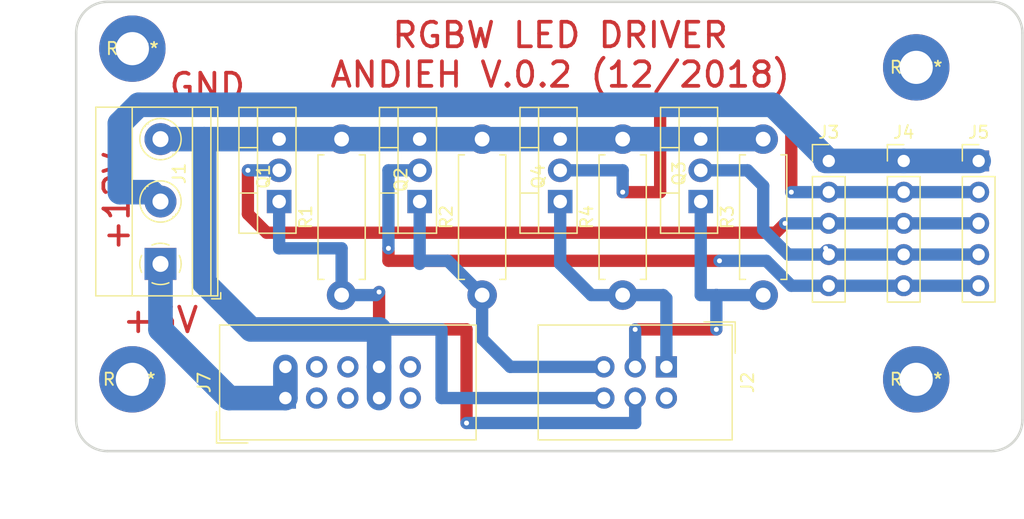
<source format=kicad_pcb>
(kicad_pcb (version 4) (host pcbnew 4.0.7)

  (general
    (links 36)
    (no_connects 0)
    (area 153.569999 101.753999 230.732001 138.530001)
    (thickness 1.6)
    (drawings 14)
    (tracks 106)
    (zones 0)
    (modules 18)
    (nets 19)
  )

  (page A4)
  (layers
    (0 F.Cu signal)
    (31 B.Cu signal)
    (32 B.Adhes user)
    (33 F.Adhes user)
    (34 B.Paste user)
    (35 F.Paste user)
    (36 B.SilkS user)
    (37 F.SilkS user)
    (38 B.Mask user)
    (39 F.Mask user)
    (40 Dwgs.User user)
    (41 Cmts.User user)
    (42 Eco1.User user)
    (43 Eco2.User user)
    (44 Edge.Cuts user)
    (45 Margin user)
    (46 B.CrtYd user)
    (47 F.CrtYd user)
    (48 B.Fab user)
    (49 F.Fab user)
  )

  (setup
    (last_trace_width 1)
    (user_trace_width 0.5)
    (user_trace_width 1)
    (user_trace_width 2)
    (trace_clearance 0.2)
    (zone_clearance 0.508)
    (zone_45_only no)
    (trace_min 0.2)
    (segment_width 0.2)
    (edge_width 0.2)
    (via_size 0.6)
    (via_drill 0.4)
    (via_min_size 0.4)
    (via_min_drill 0.3)
    (uvia_size 0.3)
    (uvia_drill 0.1)
    (uvias_allowed no)
    (uvia_min_size 0.2)
    (uvia_min_drill 0.1)
    (pcb_text_width 0.3)
    (pcb_text_size 1.5 1.5)
    (mod_edge_width 0.15)
    (mod_text_size 1 1)
    (mod_text_width 0.15)
    (pad_size 1.5 1.5)
    (pad_drill 0.6)
    (pad_to_mask_clearance 0)
    (aux_axis_origin 0 0)
    (visible_elements FFFFFF7F)
    (pcbplotparams
      (layerselection 0x010f0_80000001)
      (usegerberextensions false)
      (excludeedgelayer true)
      (linewidth 0.100000)
      (plotframeref false)
      (viasonmask false)
      (mode 1)
      (useauxorigin false)
      (hpglpennumber 1)
      (hpglpenspeed 20)
      (hpglpendiameter 15)
      (hpglpenoverlay 2)
      (psnegative false)
      (psa4output false)
      (plotreference true)
      (plotvalue true)
      (plotinvisibletext false)
      (padsonsilk false)
      (subtractmaskfromsilk false)
      (outputformat 1)
      (mirror false)
      (drillshape 0)
      (scaleselection 1)
      (outputdirectory export/))
  )

  (net 0 "")
  (net 1 +12V)
  (net 2 GND)
  (net 3 /sig_g)
  (net 4 /sig_b)
  (net 5 /sig_w)
  (net 6 /sig_r)
  (net 7 /g)
  (net 8 /r)
  (net 9 /b)
  (net 10 /w)
  (net 11 "Net-(J2-Pad2)")
  (net 12 +5V)
  (net 13 "Net-(J7-Pad3)")
  (net 14 "Net-(J7-Pad5)")
  (net 15 "Net-(J7-Pad6)")
  (net 16 "Net-(J7-Pad9)")
  (net 17 "Net-(J7-Pad4)")
  (net 18 "Net-(J7-Pad10)")

  (net_class Default "This is the default net class."
    (clearance 0.2)
    (trace_width 0.25)
    (via_dia 0.6)
    (via_drill 0.4)
    (uvia_dia 0.3)
    (uvia_drill 0.1)
    (add_net +12V)
    (add_net +5V)
    (add_net /b)
    (add_net /g)
    (add_net /r)
    (add_net /sig_b)
    (add_net /sig_g)
    (add_net /sig_r)
    (add_net /sig_w)
    (add_net /w)
    (add_net GND)
    (add_net "Net-(J2-Pad2)")
    (add_net "Net-(J7-Pad10)")
    (add_net "Net-(J7-Pad3)")
    (add_net "Net-(J7-Pad4)")
    (add_net "Net-(J7-Pad5)")
    (add_net "Net-(J7-Pad6)")
    (add_net "Net-(J7-Pad9)")
  )

  (net_class nd ""
    (clearance 0.2)
    (trace_width 1)
    (via_dia 0.6)
    (via_drill 0.4)
    (uvia_dia 0.3)
    (uvia_drill 0.1)
  )

  (module MountingHole:MountingHole_2.7mm_Pad (layer F.Cu) (tedit 5C181BC5) (tstamp 5BFF181B)
    (at 158.242 132.588)
    (descr "Mounting Hole 2.7mm")
    (tags "mounting hole 2.7mm")
    (attr virtual)
    (fp_text reference REF** (at -0.254 0) (layer F.SilkS)
      (effects (font (size 1 1) (thickness 0.15)))
    )
    (fp_text value Mount (at 6.858 -4.064) (layer F.Fab) hide
      (effects (font (size 1 1) (thickness 0.15)))
    )
    (fp_text user %R (at 0.254 0) (layer F.Fab)
      (effects (font (size 1 1) (thickness 0.15)))
    )
    (fp_circle (center 0 0) (end 2.7 0) (layer Cmts.User) (width 0.15))
    (fp_circle (center 0 0) (end 2.95 0) (layer F.CrtYd) (width 0.05))
    (pad 1 thru_hole circle (at 0 0) (size 5.4 5.4) (drill 2.7) (layers *.Cu *.Mask))
  )

  (module MountingHole:MountingHole_2.7mm_Pad (layer F.Cu) (tedit 5C181832) (tstamp 5BFF180B)
    (at 221.996 107.188)
    (descr "Mounting Hole 2.7mm")
    (tags "mounting hole 2.7mm")
    (attr virtual)
    (fp_text reference REF** (at 0 0) (layer F.SilkS)
      (effects (font (size 1 1) (thickness 0.15)))
    )
    (fp_text value Mount (at -13.97 -1.27) (layer F.Fab) hide
      (effects (font (size 1 1) (thickness 0.15)))
    )
    (fp_text user %R (at 0.3 0) (layer F.Fab)
      (effects (font (size 1 1) (thickness 0.15)))
    )
    (fp_circle (center 0 0) (end 2.7 0) (layer Cmts.User) (width 0.15))
    (fp_circle (center 0 0) (end 2.95 0) (layer F.CrtYd) (width 0.05))
    (pad 1 thru_hole circle (at 0 0) (size 5.4 5.4) (drill 2.7) (layers *.Cu *.Mask))
  )

  (module MountingHole:MountingHole_2.7mm_Pad (layer F.Cu) (tedit 5C18180F) (tstamp 5BFF17E3)
    (at 221.996 132.588)
    (descr "Mounting Hole 2.7mm")
    (tags "mounting hole 2.7mm")
    (attr virtual)
    (fp_text reference REF** (at 0 0) (layer F.SilkS)
      (effects (font (size 1 1) (thickness 0.15)))
    )
    (fp_text value Mount4 (at -6.35 -3.048) (layer F.Fab) hide
      (effects (font (size 1 1) (thickness 0.15)))
    )
    (fp_text user %R (at 0.3 0) (layer F.Fab)
      (effects (font (size 1 1) (thickness 0.15)))
    )
    (fp_circle (center 0 0) (end 2.7 0) (layer Cmts.User) (width 0.15))
    (fp_circle (center 0 0) (end 2.95 0) (layer F.CrtYd) (width 0.05))
    (pad 1 thru_hole circle (at 0 0) (size 5.4 5.4) (drill 2.7) (layers *.Cu *.Mask))
  )

  (module Connector_PinHeader_2.54mm:PinHeader_1x05_P2.54mm_Vertical (layer F.Cu) (tedit 5C181981) (tstamp 5BFDE244)
    (at 214.884 114.808)
    (descr "Through hole straight pin header, 1x05, 2.54mm pitch, single row")
    (tags "Through hole pin header THT 1x05 2.54mm single row")
    (path /5BFDADF8)
    (fp_text reference J3 (at 0 -2.33) (layer F.SilkS)
      (effects (font (size 1 1) (thickness 0.15)))
    )
    (fp_text value "LED Stripe 1" (at 2.794 5.588 90) (layer F.Fab)
      (effects (font (size 1 1) (thickness 0.15)))
    )
    (fp_line (start -0.635 -1.27) (end 1.27 -1.27) (layer F.Fab) (width 0.1))
    (fp_line (start 1.27 -1.27) (end 1.27 11.43) (layer F.Fab) (width 0.1))
    (fp_line (start 1.27 11.43) (end -1.27 11.43) (layer F.Fab) (width 0.1))
    (fp_line (start -1.27 11.43) (end -1.27 -0.635) (layer F.Fab) (width 0.1))
    (fp_line (start -1.27 -0.635) (end -0.635 -1.27) (layer F.Fab) (width 0.1))
    (fp_line (start -1.33 11.49) (end 1.33 11.49) (layer F.SilkS) (width 0.12))
    (fp_line (start -1.33 1.27) (end -1.33 11.49) (layer F.SilkS) (width 0.12))
    (fp_line (start 1.33 1.27) (end 1.33 11.49) (layer F.SilkS) (width 0.12))
    (fp_line (start -1.33 1.27) (end 1.33 1.27) (layer F.SilkS) (width 0.12))
    (fp_line (start -1.33 0) (end -1.33 -1.33) (layer F.SilkS) (width 0.12))
    (fp_line (start -1.33 -1.33) (end 0 -1.33) (layer F.SilkS) (width 0.12))
    (fp_line (start -1.8 -1.8) (end -1.8 11.95) (layer F.CrtYd) (width 0.05))
    (fp_line (start -1.8 11.95) (end 1.8 11.95) (layer F.CrtYd) (width 0.05))
    (fp_line (start 1.8 11.95) (end 1.8 -1.8) (layer F.CrtYd) (width 0.05))
    (fp_line (start 1.8 -1.8) (end -1.8 -1.8) (layer F.CrtYd) (width 0.05))
    (fp_text user %R (at 0 5.08 90) (layer F.Fab)
      (effects (font (size 1 1) (thickness 0.15)))
    )
    (pad 1 thru_hole rect (at 0 0) (size 1.7 1.7) (drill 1) (layers *.Cu *.Mask)
      (net 1 +12V))
    (pad 2 thru_hole oval (at 0 2.54) (size 1.7 1.7) (drill 1) (layers *.Cu *.Mask)
      (net 7 /g))
    (pad 3 thru_hole oval (at 0 5.08) (size 1.7 1.7) (drill 1) (layers *.Cu *.Mask)
      (net 8 /r))
    (pad 4 thru_hole oval (at 0 7.62) (size 1.7 1.7) (drill 1) (layers *.Cu *.Mask)
      (net 9 /b))
    (pad 5 thru_hole oval (at 0 10.16) (size 1.7 1.7) (drill 1) (layers *.Cu *.Mask)
      (net 10 /w))
    (model ${KISYS3DMOD}/Connector_PinHeader_2.54mm.3dshapes/PinHeader_1x05_P2.54mm_Vertical.wrl
      (at (xyz 0 0 0))
      (scale (xyz 1 1 1))
      (rotate (xyz 0 0 0))
    )
  )

  (module Package_test:TO-220-3_Vertical (layer F.Cu) (tedit 5C181EB0) (tstamp 5BFDED9B)
    (at 170.18 118.11 90)
    (descr "TO-220-3, Vertical, RM 2.54mm, see https://www.vishay.com/docs/66542/to-220-1.pdf")
    (tags "TO-220-3 Vertical RM 2.54mm")
    (path /5BFDA4E7)
    (fp_text reference Q1 (at 2.032 -1.27 90) (layer F.SilkS)
      (effects (font (size 1 1) (thickness 0.15)))
    )
    (fp_text value IRLB8721PBF (at 2.54 2.5 90) (layer F.Fab)
      (effects (font (size 1 1) (thickness 0.15)))
    )
    (fp_line (start -2.46 -3.15) (end -2.46 1.25) (layer F.Fab) (width 0.1))
    (fp_line (start -2.46 1.25) (end 7.54 1.25) (layer F.Fab) (width 0.1))
    (fp_line (start 7.54 1.25) (end 7.54 -3.15) (layer F.Fab) (width 0.1))
    (fp_line (start 7.54 -3.15) (end -2.46 -3.15) (layer F.Fab) (width 0.1))
    (fp_line (start -2.46 -1.88) (end 7.54 -1.88) (layer F.Fab) (width 0.1))
    (fp_line (start 0.69 -3.15) (end 0.69 -1.88) (layer F.Fab) (width 0.1))
    (fp_line (start 4.39 -3.15) (end 4.39 -1.88) (layer F.Fab) (width 0.1))
    (fp_line (start -2.58 -3.27) (end 7.66 -3.27) (layer F.SilkS) (width 0.12))
    (fp_line (start -2.58 1.371) (end 7.66 1.371) (layer F.SilkS) (width 0.12))
    (fp_line (start -2.58 -3.27) (end -2.58 1.371) (layer F.SilkS) (width 0.12))
    (fp_line (start 7.66 -3.27) (end 7.66 1.371) (layer F.SilkS) (width 0.12))
    (fp_line (start -2.58 -1.76) (end 7.66 -1.76) (layer F.SilkS) (width 0.12))
    (fp_line (start 0.69 -3.27) (end 0.69 -1.76) (layer F.SilkS) (width 0.12))
    (fp_line (start 4.391 -3.27) (end 4.391 -1.76) (layer F.SilkS) (width 0.12))
    (fp_line (start -2.71 -3.4) (end -2.71 1.51) (layer F.CrtYd) (width 0.05))
    (fp_line (start -2.71 1.51) (end 7.79 1.51) (layer F.CrtYd) (width 0.05))
    (fp_line (start 7.79 1.51) (end 7.79 -3.4) (layer F.CrtYd) (width 0.05))
    (fp_line (start 7.79 -3.4) (end -2.71 -3.4) (layer F.CrtYd) (width 0.05))
    (fp_text user %R (at 2.032 -1.27 90) (layer F.Fab)
      (effects (font (size 1 1) (thickness 0.15)))
    )
    (pad 1 thru_hole rect (at 0 0 90) (size 1.905 2) (drill 1.1) (layers *.Cu *.Mask)
      (net 6 /sig_r))
    (pad 2 thru_hole oval (at 2.54 0 90) (size 1.905 2) (drill 1.1) (layers *.Cu *.Mask)
      (net 8 /r))
    (pad 3 thru_hole oval (at 5.08 0 90) (size 1.905 2) (drill 1.1) (layers *.Cu *.Mask)
      (net 2 GND))
    (model ${KISYS3DMOD}/Package_TO_SOT_THT.3dshapes/TO-220-3_Vertical.wrl
      (at (xyz 0 0 0))
      (scale (xyz 1 1 1))
      (rotate (xyz 0 0 0))
    )
  )

  (module Package_test:TO-220-3_Vertical (layer F.Cu) (tedit 5C181EAD) (tstamp 5BFDEDB5)
    (at 181.61 118.11 90)
    (descr "TO-220-3, Vertical, RM 2.54mm, see https://www.vishay.com/docs/66542/to-220-1.pdf")
    (tags "TO-220-3 Vertical RM 2.54mm")
    (path /5BFDEA66)
    (fp_text reference Q2 (at 1.778 -1.524 90) (layer F.SilkS)
      (effects (font (size 1 1) (thickness 0.15)))
    )
    (fp_text value IRLB8721PBF (at 2.54 2.5 90) (layer F.Fab)
      (effects (font (size 1 1) (thickness 0.15)))
    )
    (fp_line (start -2.46 -3.15) (end -2.46 1.25) (layer F.Fab) (width 0.1))
    (fp_line (start -2.46 1.25) (end 7.54 1.25) (layer F.Fab) (width 0.1))
    (fp_line (start 7.54 1.25) (end 7.54 -3.15) (layer F.Fab) (width 0.1))
    (fp_line (start 7.54 -3.15) (end -2.46 -3.15) (layer F.Fab) (width 0.1))
    (fp_line (start -2.46 -1.88) (end 7.54 -1.88) (layer F.Fab) (width 0.1))
    (fp_line (start 0.69 -3.15) (end 0.69 -1.88) (layer F.Fab) (width 0.1))
    (fp_line (start 4.39 -3.15) (end 4.39 -1.88) (layer F.Fab) (width 0.1))
    (fp_line (start -2.58 -3.27) (end 7.66 -3.27) (layer F.SilkS) (width 0.12))
    (fp_line (start -2.58 1.371) (end 7.66 1.371) (layer F.SilkS) (width 0.12))
    (fp_line (start -2.58 -3.27) (end -2.58 1.371) (layer F.SilkS) (width 0.12))
    (fp_line (start 7.66 -3.27) (end 7.66 1.371) (layer F.SilkS) (width 0.12))
    (fp_line (start -2.58 -1.76) (end 7.66 -1.76) (layer F.SilkS) (width 0.12))
    (fp_line (start 0.69 -3.27) (end 0.69 -1.76) (layer F.SilkS) (width 0.12))
    (fp_line (start 4.391 -3.27) (end 4.391 -1.76) (layer F.SilkS) (width 0.12))
    (fp_line (start -2.71 -3.4) (end -2.71 1.51) (layer F.CrtYd) (width 0.05))
    (fp_line (start -2.71 1.51) (end 7.79 1.51) (layer F.CrtYd) (width 0.05))
    (fp_line (start 7.79 1.51) (end 7.79 -3.4) (layer F.CrtYd) (width 0.05))
    (fp_line (start 7.79 -3.4) (end -2.71 -3.4) (layer F.CrtYd) (width 0.05))
    (fp_text user %R (at 1.778 -1.524 90) (layer F.Fab)
      (effects (font (size 1 1) (thickness 0.15)))
    )
    (pad 1 thru_hole rect (at 0 0 90) (size 1.905 2) (drill 1.1) (layers *.Cu *.Mask)
      (net 5 /sig_w))
    (pad 2 thru_hole oval (at 2.54 0 90) (size 1.905 2) (drill 1.1) (layers *.Cu *.Mask)
      (net 10 /w))
    (pad 3 thru_hole oval (at 5.08 0 90) (size 1.905 2) (drill 1.1) (layers *.Cu *.Mask)
      (net 2 GND))
    (model ${KISYS3DMOD}/Package_TO_SOT_THT.3dshapes/TO-220-3_Vertical.wrl
      (at (xyz 0 0 0))
      (scale (xyz 1 1 1))
      (rotate (xyz 0 0 0))
    )
  )

  (module Package_test:TO-220-3_Vertical (layer F.Cu) (tedit 5C181EBD) (tstamp 5BFDEDCF)
    (at 204.47 118.11 90)
    (descr "TO-220-3, Vertical, RM 2.54mm, see https://www.vishay.com/docs/66542/to-220-1.pdf")
    (tags "TO-220-3 Vertical RM 2.54mm")
    (path /5BFDEBD0)
    (fp_text reference Q3 (at 2.286 -1.778 90) (layer F.SilkS)
      (effects (font (size 1 1) (thickness 0.15)))
    )
    (fp_text value IRLB8721PBF (at 2.54 2.5 90) (layer F.Fab)
      (effects (font (size 1 1) (thickness 0.15)))
    )
    (fp_line (start -2.46 -3.15) (end -2.46 1.25) (layer F.Fab) (width 0.1))
    (fp_line (start -2.46 1.25) (end 7.54 1.25) (layer F.Fab) (width 0.1))
    (fp_line (start 7.54 1.25) (end 7.54 -3.15) (layer F.Fab) (width 0.1))
    (fp_line (start 7.54 -3.15) (end -2.46 -3.15) (layer F.Fab) (width 0.1))
    (fp_line (start -2.46 -1.88) (end 7.54 -1.88) (layer F.Fab) (width 0.1))
    (fp_line (start 0.69 -3.15) (end 0.69 -1.88) (layer F.Fab) (width 0.1))
    (fp_line (start 4.39 -3.15) (end 4.39 -1.88) (layer F.Fab) (width 0.1))
    (fp_line (start -2.58 -3.27) (end 7.66 -3.27) (layer F.SilkS) (width 0.12))
    (fp_line (start -2.58 1.371) (end 7.66 1.371) (layer F.SilkS) (width 0.12))
    (fp_line (start -2.58 -3.27) (end -2.58 1.371) (layer F.SilkS) (width 0.12))
    (fp_line (start 7.66 -3.27) (end 7.66 1.371) (layer F.SilkS) (width 0.12))
    (fp_line (start -2.58 -1.76) (end 7.66 -1.76) (layer F.SilkS) (width 0.12))
    (fp_line (start 0.69 -3.27) (end 0.69 -1.76) (layer F.SilkS) (width 0.12))
    (fp_line (start 4.391 -3.27) (end 4.391 -1.76) (layer F.SilkS) (width 0.12))
    (fp_line (start -2.71 -3.4) (end -2.71 1.51) (layer F.CrtYd) (width 0.05))
    (fp_line (start -2.71 1.51) (end 7.79 1.51) (layer F.CrtYd) (width 0.05))
    (fp_line (start 7.79 1.51) (end 7.79 -3.4) (layer F.CrtYd) (width 0.05))
    (fp_line (start 7.79 -3.4) (end -2.71 -3.4) (layer F.CrtYd) (width 0.05))
    (fp_text user %R (at 2.286 -1.778 90) (layer F.Fab)
      (effects (font (size 1 1) (thickness 0.15)))
    )
    (pad 1 thru_hole rect (at 0 0 90) (size 1.905 2) (drill 1.1) (layers *.Cu *.Mask)
      (net 4 /sig_b))
    (pad 2 thru_hole oval (at 2.54 0 90) (size 1.905 2) (drill 1.1) (layers *.Cu *.Mask)
      (net 9 /b))
    (pad 3 thru_hole oval (at 5.08 0 90) (size 1.905 2) (drill 1.1) (layers *.Cu *.Mask)
      (net 2 GND))
    (model ${KISYS3DMOD}/Package_TO_SOT_THT.3dshapes/TO-220-3_Vertical.wrl
      (at (xyz 0 0 0))
      (scale (xyz 1 1 1))
      (rotate (xyz 0 0 0))
    )
  )

  (module Package_test:TO-220-3_Vertical (layer F.Cu) (tedit 5C181EB7) (tstamp 5BFDEDE9)
    (at 193.04 118.11 90)
    (descr "TO-220-3, Vertical, RM 2.54mm, see https://www.vishay.com/docs/66542/to-220-1.pdf")
    (tags "TO-220-3 Vertical RM 2.54mm")
    (path /5BFDEBB9)
    (fp_text reference Q4 (at 2.032 -1.778 90) (layer F.SilkS)
      (effects (font (size 1 1) (thickness 0.15)))
    )
    (fp_text value IRLB8721PBF (at 2.54 2.5 90) (layer F.Fab)
      (effects (font (size 1 1) (thickness 0.15)))
    )
    (fp_line (start -2.46 -3.15) (end -2.46 1.25) (layer F.Fab) (width 0.1))
    (fp_line (start -2.46 1.25) (end 7.54 1.25) (layer F.Fab) (width 0.1))
    (fp_line (start 7.54 1.25) (end 7.54 -3.15) (layer F.Fab) (width 0.1))
    (fp_line (start 7.54 -3.15) (end -2.46 -3.15) (layer F.Fab) (width 0.1))
    (fp_line (start -2.46 -1.88) (end 7.54 -1.88) (layer F.Fab) (width 0.1))
    (fp_line (start 0.69 -3.15) (end 0.69 -1.88) (layer F.Fab) (width 0.1))
    (fp_line (start 4.39 -3.15) (end 4.39 -1.88) (layer F.Fab) (width 0.1))
    (fp_line (start -2.58 -3.27) (end 7.66 -3.27) (layer F.SilkS) (width 0.12))
    (fp_line (start -2.58 1.371) (end 7.66 1.371) (layer F.SilkS) (width 0.12))
    (fp_line (start -2.58 -3.27) (end -2.58 1.371) (layer F.SilkS) (width 0.12))
    (fp_line (start 7.66 -3.27) (end 7.66 1.371) (layer F.SilkS) (width 0.12))
    (fp_line (start -2.58 -1.76) (end 7.66 -1.76) (layer F.SilkS) (width 0.12))
    (fp_line (start 0.69 -3.27) (end 0.69 -1.76) (layer F.SilkS) (width 0.12))
    (fp_line (start 4.391 -3.27) (end 4.391 -1.76) (layer F.SilkS) (width 0.12))
    (fp_line (start -2.71 -3.4) (end -2.71 1.51) (layer F.CrtYd) (width 0.05))
    (fp_line (start -2.71 1.51) (end 7.79 1.51) (layer F.CrtYd) (width 0.05))
    (fp_line (start 7.79 1.51) (end 7.79 -3.4) (layer F.CrtYd) (width 0.05))
    (fp_line (start 7.79 -3.4) (end -2.71 -3.4) (layer F.CrtYd) (width 0.05))
    (fp_text user %R (at 2.032 -1.778 90) (layer F.Fab)
      (effects (font (size 1 1) (thickness 0.15)))
    )
    (pad 1 thru_hole rect (at 0 0 90) (size 1.905 2) (drill 1.1) (layers *.Cu *.Mask)
      (net 3 /sig_g))
    (pad 2 thru_hole oval (at 2.54 0 90) (size 1.905 2) (drill 1.1) (layers *.Cu *.Mask)
      (net 7 /g))
    (pad 3 thru_hole oval (at 5.08 0 90) (size 1.905 2) (drill 1.1) (layers *.Cu *.Mask)
      (net 2 GND))
    (model ${KISYS3DMOD}/Package_TO_SOT_THT.3dshapes/TO-220-3_Vertical.wrl
      (at (xyz 0 0 0))
      (scale (xyz 1 1 1))
      (rotate (xyz 0 0 0))
    )
  )

  (module Resistor_THT:R_Axial_DIN0411_L9.9mm_D3.6mm_P12.70mm_Horizontal (layer F.Cu) (tedit 5C181EC5) (tstamp 5BFDEDEF)
    (at 175.26 125.73 90)
    (descr "Resistor, Axial_DIN0411 series, Axial, Horizontal, pin pitch=12.7mm, 1W, length*diameter=9.9*3.6mm^2")
    (tags "Resistor Axial_DIN0411 series Axial Horizontal pin pitch 12.7mm 1W length 9.9mm diameter 3.6mm")
    (path /5BFDA932)
    (fp_text reference R1 (at 6.35 -2.92 90) (layer F.SilkS)
      (effects (font (size 1 1) (thickness 0.15)))
    )
    (fp_text value 10k (at 9.144 0 90) (layer F.Fab)
      (effects (font (size 1 1) (thickness 0.15)))
    )
    (fp_line (start 1.4 -1.8) (end 1.4 1.8) (layer F.Fab) (width 0.1))
    (fp_line (start 1.4 1.8) (end 11.3 1.8) (layer F.Fab) (width 0.1))
    (fp_line (start 11.3 1.8) (end 11.3 -1.8) (layer F.Fab) (width 0.1))
    (fp_line (start 11.3 -1.8) (end 1.4 -1.8) (layer F.Fab) (width 0.1))
    (fp_line (start 0 0) (end 1.4 0) (layer F.Fab) (width 0.1))
    (fp_line (start 12.7 0) (end 11.3 0) (layer F.Fab) (width 0.1))
    (fp_line (start 1.28 -1.44) (end 1.28 -1.92) (layer F.SilkS) (width 0.12))
    (fp_line (start 1.28 -1.92) (end 11.42 -1.92) (layer F.SilkS) (width 0.12))
    (fp_line (start 11.42 -1.92) (end 11.42 -1.44) (layer F.SilkS) (width 0.12))
    (fp_line (start 1.28 1.44) (end 1.28 1.92) (layer F.SilkS) (width 0.12))
    (fp_line (start 1.28 1.92) (end 11.42 1.92) (layer F.SilkS) (width 0.12))
    (fp_line (start 11.42 1.92) (end 11.42 1.44) (layer F.SilkS) (width 0.12))
    (fp_line (start -1.45 -2.05) (end -1.45 2.05) (layer F.CrtYd) (width 0.05))
    (fp_line (start -1.45 2.05) (end 14.15 2.05) (layer F.CrtYd) (width 0.05))
    (fp_line (start 14.15 2.05) (end 14.15 -2.05) (layer F.CrtYd) (width 0.05))
    (fp_line (start 14.15 -2.05) (end -1.45 -2.05) (layer F.CrtYd) (width 0.05))
    (fp_text user %R (at 6.35 0 90) (layer F.Fab)
      (effects (font (size 1 1) (thickness 0.15)))
    )
    (pad 1 thru_hole circle (at 0 0 90) (size 2.4 2.4) (drill 1.2) (layers *.Cu *.Mask)
      (net 6 /sig_r))
    (pad 2 thru_hole oval (at 12.7 0 90) (size 2.4 2.4) (drill 1.2) (layers *.Cu *.Mask)
      (net 2 GND))
    (model ${KISYS3DMOD}/Resistor_THT.3dshapes/R_Axial_DIN0411_L9.9mm_D3.6mm_P12.70mm_Horizontal.wrl
      (at (xyz 0 0 0))
      (scale (xyz 1 1 1))
      (rotate (xyz 0 0 0))
    )
  )

  (module Resistor_THT:R_Axial_DIN0411_L9.9mm_D3.6mm_P12.70mm_Horizontal (layer F.Cu) (tedit 5C181EC1) (tstamp 5BFDEDF5)
    (at 186.69 125.73 90)
    (descr "Resistor, Axial_DIN0411 series, Axial, Horizontal, pin pitch=12.7mm, 1W, length*diameter=9.9*3.6mm^2")
    (tags "Resistor Axial_DIN0411 series Axial Horizontal pin pitch 12.7mm 1W length 9.9mm diameter 3.6mm")
    (path /5BFDEA6C)
    (fp_text reference R2 (at 6.35 -2.92 90) (layer F.SilkS)
      (effects (font (size 1 1) (thickness 0.15)))
    )
    (fp_text value 10k (at 9.652 0 90) (layer F.Fab)
      (effects (font (size 1 1) (thickness 0.15)))
    )
    (fp_line (start 1.4 -1.8) (end 1.4 1.8) (layer F.Fab) (width 0.1))
    (fp_line (start 1.4 1.8) (end 11.3 1.8) (layer F.Fab) (width 0.1))
    (fp_line (start 11.3 1.8) (end 11.3 -1.8) (layer F.Fab) (width 0.1))
    (fp_line (start 11.3 -1.8) (end 1.4 -1.8) (layer F.Fab) (width 0.1))
    (fp_line (start 0 0) (end 1.4 0) (layer F.Fab) (width 0.1))
    (fp_line (start 12.7 0) (end 11.3 0) (layer F.Fab) (width 0.1))
    (fp_line (start 1.28 -1.44) (end 1.28 -1.92) (layer F.SilkS) (width 0.12))
    (fp_line (start 1.28 -1.92) (end 11.42 -1.92) (layer F.SilkS) (width 0.12))
    (fp_line (start 11.42 -1.92) (end 11.42 -1.44) (layer F.SilkS) (width 0.12))
    (fp_line (start 1.28 1.44) (end 1.28 1.92) (layer F.SilkS) (width 0.12))
    (fp_line (start 1.28 1.92) (end 11.42 1.92) (layer F.SilkS) (width 0.12))
    (fp_line (start 11.42 1.92) (end 11.42 1.44) (layer F.SilkS) (width 0.12))
    (fp_line (start -1.45 -2.05) (end -1.45 2.05) (layer F.CrtYd) (width 0.05))
    (fp_line (start -1.45 2.05) (end 14.15 2.05) (layer F.CrtYd) (width 0.05))
    (fp_line (start 14.15 2.05) (end 14.15 -2.05) (layer F.CrtYd) (width 0.05))
    (fp_line (start 14.15 -2.05) (end -1.45 -2.05) (layer F.CrtYd) (width 0.05))
    (fp_text user %R (at 6.35 0 90) (layer F.Fab)
      (effects (font (size 1 1) (thickness 0.15)))
    )
    (pad 1 thru_hole circle (at 0 0 90) (size 2.4 2.4) (drill 1.2) (layers *.Cu *.Mask)
      (net 5 /sig_w))
    (pad 2 thru_hole oval (at 12.7 0 90) (size 2.4 2.4) (drill 1.2) (layers *.Cu *.Mask)
      (net 2 GND))
    (model ${KISYS3DMOD}/Resistor_THT.3dshapes/R_Axial_DIN0411_L9.9mm_D3.6mm_P12.70mm_Horizontal.wrl
      (at (xyz 0 0 0))
      (scale (xyz 1 1 1))
      (rotate (xyz 0 0 0))
    )
  )

  (module Resistor_THT:R_Axial_DIN0411_L9.9mm_D3.6mm_P12.70mm_Horizontal (layer F.Cu) (tedit 5C181ECB) (tstamp 5BFDEDFB)
    (at 209.55 125.73 90)
    (descr "Resistor, Axial_DIN0411 series, Axial, Horizontal, pin pitch=12.7mm, 1W, length*diameter=9.9*3.6mm^2")
    (tags "Resistor Axial_DIN0411 series Axial Horizontal pin pitch 12.7mm 1W length 9.9mm diameter 3.6mm")
    (path /5BFDEBD6)
    (fp_text reference R3 (at 6.35 -2.92 90) (layer F.SilkS)
      (effects (font (size 1 1) (thickness 0.15)))
    )
    (fp_text value 10k (at 8.89 0 90) (layer F.Fab)
      (effects (font (size 1 1) (thickness 0.15)))
    )
    (fp_line (start 1.4 -1.8) (end 1.4 1.8) (layer F.Fab) (width 0.1))
    (fp_line (start 1.4 1.8) (end 11.3 1.8) (layer F.Fab) (width 0.1))
    (fp_line (start 11.3 1.8) (end 11.3 -1.8) (layer F.Fab) (width 0.1))
    (fp_line (start 11.3 -1.8) (end 1.4 -1.8) (layer F.Fab) (width 0.1))
    (fp_line (start 0 0) (end 1.4 0) (layer F.Fab) (width 0.1))
    (fp_line (start 12.7 0) (end 11.3 0) (layer F.Fab) (width 0.1))
    (fp_line (start 1.28 -1.44) (end 1.28 -1.92) (layer F.SilkS) (width 0.12))
    (fp_line (start 1.28 -1.92) (end 11.42 -1.92) (layer F.SilkS) (width 0.12))
    (fp_line (start 11.42 -1.92) (end 11.42 -1.44) (layer F.SilkS) (width 0.12))
    (fp_line (start 1.28 1.44) (end 1.28 1.92) (layer F.SilkS) (width 0.12))
    (fp_line (start 1.28 1.92) (end 11.42 1.92) (layer F.SilkS) (width 0.12))
    (fp_line (start 11.42 1.92) (end 11.42 1.44) (layer F.SilkS) (width 0.12))
    (fp_line (start -1.45 -2.05) (end -1.45 2.05) (layer F.CrtYd) (width 0.05))
    (fp_line (start -1.45 2.05) (end 14.15 2.05) (layer F.CrtYd) (width 0.05))
    (fp_line (start 14.15 2.05) (end 14.15 -2.05) (layer F.CrtYd) (width 0.05))
    (fp_line (start 14.15 -2.05) (end -1.45 -2.05) (layer F.CrtYd) (width 0.05))
    (fp_text user %R (at 6.35 0 90) (layer F.Fab)
      (effects (font (size 1 1) (thickness 0.15)))
    )
    (pad 1 thru_hole circle (at 0 0 90) (size 2.4 2.4) (drill 1.2) (layers *.Cu *.Mask)
      (net 4 /sig_b))
    (pad 2 thru_hole oval (at 12.7 0 90) (size 2.4 2.4) (drill 1.2) (layers *.Cu *.Mask)
      (net 2 GND))
    (model ${KISYS3DMOD}/Resistor_THT.3dshapes/R_Axial_DIN0411_L9.9mm_D3.6mm_P12.70mm_Horizontal.wrl
      (at (xyz 0 0 0))
      (scale (xyz 1 1 1))
      (rotate (xyz 0 0 0))
    )
  )

  (module Resistor_THT:R_Axial_DIN0411_L9.9mm_D3.6mm_P12.70mm_Horizontal (layer F.Cu) (tedit 5C181ED2) (tstamp 5BFDEE01)
    (at 198.12 125.73 90)
    (descr "Resistor, Axial_DIN0411 series, Axial, Horizontal, pin pitch=12.7mm, 1W, length*diameter=9.9*3.6mm^2")
    (tags "Resistor Axial_DIN0411 series Axial Horizontal pin pitch 12.7mm 1W length 9.9mm diameter 3.6mm")
    (path /5BFDEBBF)
    (fp_text reference R4 (at 6.35 -2.92 90) (layer F.SilkS)
      (effects (font (size 1 1) (thickness 0.15)))
    )
    (fp_text value 10k (at 3.81 0 90) (layer F.Fab)
      (effects (font (size 1 1) (thickness 0.15)))
    )
    (fp_line (start 1.4 -1.8) (end 1.4 1.8) (layer F.Fab) (width 0.1))
    (fp_line (start 1.4 1.8) (end 11.3 1.8) (layer F.Fab) (width 0.1))
    (fp_line (start 11.3 1.8) (end 11.3 -1.8) (layer F.Fab) (width 0.1))
    (fp_line (start 11.3 -1.8) (end 1.4 -1.8) (layer F.Fab) (width 0.1))
    (fp_line (start 0 0) (end 1.4 0) (layer F.Fab) (width 0.1))
    (fp_line (start 12.7 0) (end 11.3 0) (layer F.Fab) (width 0.1))
    (fp_line (start 1.28 -1.44) (end 1.28 -1.92) (layer F.SilkS) (width 0.12))
    (fp_line (start 1.28 -1.92) (end 11.42 -1.92) (layer F.SilkS) (width 0.12))
    (fp_line (start 11.42 -1.92) (end 11.42 -1.44) (layer F.SilkS) (width 0.12))
    (fp_line (start 1.28 1.44) (end 1.28 1.92) (layer F.SilkS) (width 0.12))
    (fp_line (start 1.28 1.92) (end 11.42 1.92) (layer F.SilkS) (width 0.12))
    (fp_line (start 11.42 1.92) (end 11.42 1.44) (layer F.SilkS) (width 0.12))
    (fp_line (start -1.45 -2.05) (end -1.45 2.05) (layer F.CrtYd) (width 0.05))
    (fp_line (start -1.45 2.05) (end 14.15 2.05) (layer F.CrtYd) (width 0.05))
    (fp_line (start 14.15 2.05) (end 14.15 -2.05) (layer F.CrtYd) (width 0.05))
    (fp_line (start 14.15 -2.05) (end -1.45 -2.05) (layer F.CrtYd) (width 0.05))
    (fp_text user %R (at 6.35 0 90) (layer F.Fab)
      (effects (font (size 1 1) (thickness 0.15)))
    )
    (pad 1 thru_hole circle (at 0 0 90) (size 2.4 2.4) (drill 1.2) (layers *.Cu *.Mask)
      (net 3 /sig_g))
    (pad 2 thru_hole oval (at 12.7 0 90) (size 2.4 2.4) (drill 1.2) (layers *.Cu *.Mask)
      (net 2 GND))
    (model ${KISYS3DMOD}/Resistor_THT.3dshapes/R_Axial_DIN0411_L9.9mm_D3.6mm_P12.70mm_Horizontal.wrl
      (at (xyz 0 0 0))
      (scale (xyz 1 1 1))
      (rotate (xyz 0 0 0))
    )
  )

  (module MountingHole:MountingHole_2.7mm_Pad (layer F.Cu) (tedit 5C18182B) (tstamp 5BFF17D9)
    (at 158.242 105.664)
    (descr "Mounting Hole 2.7mm")
    (tags "mounting hole 2.7mm")
    (attr virtual)
    (fp_text reference REF** (at 0 0) (layer F.SilkS)
      (effects (font (size 1 1) (thickness 0.15)))
    )
    (fp_text value Mount (at 13.97 -1.27) (layer F.Fab) hide
      (effects (font (size 1 1) (thickness 0.15)))
    )
    (fp_text user %R (at 0.3 0) (layer F.Fab)
      (effects (font (size 1 1) (thickness 0.15)))
    )
    (fp_circle (center 0 0) (end 2.7 0) (layer Cmts.User) (width 0.15))
    (fp_circle (center 0 0) (end 2.95 0) (layer F.CrtYd) (width 0.05))
    (pad 1 thru_hole circle (at 0 0) (size 5.4 5.4) (drill 2.7) (layers *.Cu *.Mask))
  )

  (module Connector_IDC:IDC-Header_2x03_P2.54mm_Vertical (layer F.Cu) (tedit 5C18185C) (tstamp 5BFF22FB)
    (at 201.676 131.572 270)
    (descr "Through hole straight IDC box header, 2x03, 2.54mm pitch, double rows")
    (tags "Through hole IDC box header THT 2x03 2.54mm double row")
    (path /5BFF2431)
    (fp_text reference J2 (at 1.27 -6.604 270) (layer F.SilkS)
      (effects (font (size 1 1) (thickness 0.15)))
    )
    (fp_text value Signal_Input (at -4.064 3.048 540) (layer F.Fab)
      (effects (font (size 1 1) (thickness 0.15)))
    )
    (fp_text user %R (at 1.27 2.54 270) (layer F.Fab)
      (effects (font (size 1 1) (thickness 0.15)))
    )
    (fp_line (start 5.695 -5.1) (end 5.695 10.18) (layer F.Fab) (width 0.1))
    (fp_line (start 5.145 -4.56) (end 5.145 9.62) (layer F.Fab) (width 0.1))
    (fp_line (start -3.155 -5.1) (end -3.155 10.18) (layer F.Fab) (width 0.1))
    (fp_line (start -2.605 -4.56) (end -2.605 0.29) (layer F.Fab) (width 0.1))
    (fp_line (start -2.605 4.79) (end -2.605 9.62) (layer F.Fab) (width 0.1))
    (fp_line (start -2.605 0.29) (end -3.155 0.29) (layer F.Fab) (width 0.1))
    (fp_line (start -2.605 4.79) (end -3.155 4.79) (layer F.Fab) (width 0.1))
    (fp_line (start 5.695 -5.1) (end -3.155 -5.1) (layer F.Fab) (width 0.1))
    (fp_line (start 5.145 -4.56) (end -2.605 -4.56) (layer F.Fab) (width 0.1))
    (fp_line (start 5.695 10.18) (end -3.155 10.18) (layer F.Fab) (width 0.1))
    (fp_line (start 5.145 9.62) (end -2.605 9.62) (layer F.Fab) (width 0.1))
    (fp_line (start 5.695 -5.1) (end 5.145 -4.56) (layer F.Fab) (width 0.1))
    (fp_line (start 5.695 10.18) (end 5.145 9.62) (layer F.Fab) (width 0.1))
    (fp_line (start -3.155 -5.1) (end -2.605 -4.56) (layer F.Fab) (width 0.1))
    (fp_line (start -3.155 10.18) (end -2.605 9.62) (layer F.Fab) (width 0.1))
    (fp_line (start 5.95 -5.35) (end 5.95 10.43) (layer F.CrtYd) (width 0.05))
    (fp_line (start 5.95 10.43) (end -3.41 10.43) (layer F.CrtYd) (width 0.05))
    (fp_line (start -3.41 10.43) (end -3.41 -5.35) (layer F.CrtYd) (width 0.05))
    (fp_line (start -3.41 -5.35) (end 5.95 -5.35) (layer F.CrtYd) (width 0.05))
    (fp_line (start 5.945 -5.35) (end 5.945 10.43) (layer F.SilkS) (width 0.12))
    (fp_line (start 5.945 10.43) (end -3.405 10.43) (layer F.SilkS) (width 0.12))
    (fp_line (start -3.405 10.43) (end -3.405 -5.35) (layer F.SilkS) (width 0.12))
    (fp_line (start -3.405 -5.35) (end 5.945 -5.35) (layer F.SilkS) (width 0.12))
    (fp_line (start -3.655 -5.6) (end -3.655 -3.06) (layer F.SilkS) (width 0.12))
    (fp_line (start -3.655 -5.6) (end -1.115 -5.6) (layer F.SilkS) (width 0.12))
    (pad 1 thru_hole rect (at 0 0 270) (size 1.7272 1.7272) (drill 1.016) (layers *.Cu *.Mask)
      (net 3 /sig_g))
    (pad 2 thru_hole oval (at 2.54 0 270) (size 1.7272 1.7272) (drill 1.016) (layers *.Cu *.Mask)
      (net 11 "Net-(J2-Pad2)"))
    (pad 3 thru_hole oval (at 0 2.54 270) (size 1.7272 1.7272) (drill 1.016) (layers *.Cu *.Mask)
      (net 4 /sig_b))
    (pad 4 thru_hole oval (at 2.54 2.54 270) (size 1.7272 1.7272) (drill 1.016) (layers *.Cu *.Mask)
      (net 6 /sig_r))
    (pad 5 thru_hole oval (at 0 5.08 270) (size 1.7272 1.7272) (drill 1.016) (layers *.Cu *.Mask)
      (net 5 /sig_w))
    (pad 6 thru_hole oval (at 2.54 5.08 270) (size 1.7272 1.7272) (drill 1.016) (layers *.Cu *.Mask)
      (net 2 GND))
    (model ${KISYS3DMOD}/Connector_IDC.3dshapes/IDC-Header_2x03_P2.54mm_Vertical.wrl
      (at (xyz 0 0 0))
      (scale (xyz 1 1 1))
      (rotate (xyz 0 0 0))
    )
  )

  (module Connector_PinHeader_2.54mm:PinHeader_1x05_P2.54mm_Vertical (layer F.Cu) (tedit 5C181983) (tstamp 5C181021)
    (at 220.98 114.808)
    (descr "Through hole straight pin header, 1x05, 2.54mm pitch, single row")
    (tags "Through hole pin header THT 1x05 2.54mm single row")
    (path /5C1813C7)
    (fp_text reference J4 (at 0 -2.33) (layer F.SilkS)
      (effects (font (size 1 1) (thickness 0.15)))
    )
    (fp_text value "LED Stripe 2" (at 2.54 5.588 90) (layer F.Fab)
      (effects (font (size 1 1) (thickness 0.15)))
    )
    (fp_line (start -0.635 -1.27) (end 1.27 -1.27) (layer F.Fab) (width 0.1))
    (fp_line (start 1.27 -1.27) (end 1.27 11.43) (layer F.Fab) (width 0.1))
    (fp_line (start 1.27 11.43) (end -1.27 11.43) (layer F.Fab) (width 0.1))
    (fp_line (start -1.27 11.43) (end -1.27 -0.635) (layer F.Fab) (width 0.1))
    (fp_line (start -1.27 -0.635) (end -0.635 -1.27) (layer F.Fab) (width 0.1))
    (fp_line (start -1.33 11.49) (end 1.33 11.49) (layer F.SilkS) (width 0.12))
    (fp_line (start -1.33 1.27) (end -1.33 11.49) (layer F.SilkS) (width 0.12))
    (fp_line (start 1.33 1.27) (end 1.33 11.49) (layer F.SilkS) (width 0.12))
    (fp_line (start -1.33 1.27) (end 1.33 1.27) (layer F.SilkS) (width 0.12))
    (fp_line (start -1.33 0) (end -1.33 -1.33) (layer F.SilkS) (width 0.12))
    (fp_line (start -1.33 -1.33) (end 0 -1.33) (layer F.SilkS) (width 0.12))
    (fp_line (start -1.8 -1.8) (end -1.8 11.95) (layer F.CrtYd) (width 0.05))
    (fp_line (start -1.8 11.95) (end 1.8 11.95) (layer F.CrtYd) (width 0.05))
    (fp_line (start 1.8 11.95) (end 1.8 -1.8) (layer F.CrtYd) (width 0.05))
    (fp_line (start 1.8 -1.8) (end -1.8 -1.8) (layer F.CrtYd) (width 0.05))
    (fp_text user %R (at 0 5.08 90) (layer F.Fab)
      (effects (font (size 1 1) (thickness 0.15)))
    )
    (pad 1 thru_hole rect (at 0 0) (size 1.7 1.7) (drill 1) (layers *.Cu *.Mask)
      (net 1 +12V))
    (pad 2 thru_hole oval (at 0 2.54) (size 1.7 1.7) (drill 1) (layers *.Cu *.Mask)
      (net 7 /g))
    (pad 3 thru_hole oval (at 0 5.08) (size 1.7 1.7) (drill 1) (layers *.Cu *.Mask)
      (net 8 /r))
    (pad 4 thru_hole oval (at 0 7.62) (size 1.7 1.7) (drill 1) (layers *.Cu *.Mask)
      (net 9 /b))
    (pad 5 thru_hole oval (at 0 10.16) (size 1.7 1.7) (drill 1) (layers *.Cu *.Mask)
      (net 10 /w))
    (model ${KISYS3DMOD}/Connector_PinHeader_2.54mm.3dshapes/PinHeader_1x05_P2.54mm_Vertical.wrl
      (at (xyz 0 0 0))
      (scale (xyz 1 1 1))
      (rotate (xyz 0 0 0))
    )
  )

  (module Connector_PinHeader_2.54mm:PinHeader_1x05_P2.54mm_Vertical (layer F.Cu) (tedit 5C18195A) (tstamp 5C18102A)
    (at 227.076 114.808)
    (descr "Through hole straight pin header, 1x05, 2.54mm pitch, single row")
    (tags "Through hole pin header THT 1x05 2.54mm single row")
    (path /5C181442)
    (fp_text reference J5 (at 0 -2.33) (layer F.SilkS)
      (effects (font (size 1 1) (thickness 0.15)))
    )
    (fp_text value "LED Stripe 3" (at 2.032 5.588 90) (layer F.Fab)
      (effects (font (size 1 1) (thickness 0.15)))
    )
    (fp_line (start -0.635 -1.27) (end 1.27 -1.27) (layer F.Fab) (width 0.1))
    (fp_line (start 1.27 -1.27) (end 1.27 11.43) (layer F.Fab) (width 0.1))
    (fp_line (start 1.27 11.43) (end -1.27 11.43) (layer F.Fab) (width 0.1))
    (fp_line (start -1.27 11.43) (end -1.27 -0.635) (layer F.Fab) (width 0.1))
    (fp_line (start -1.27 -0.635) (end -0.635 -1.27) (layer F.Fab) (width 0.1))
    (fp_line (start -1.33 11.49) (end 1.33 11.49) (layer F.SilkS) (width 0.12))
    (fp_line (start -1.33 1.27) (end -1.33 11.49) (layer F.SilkS) (width 0.12))
    (fp_line (start 1.33 1.27) (end 1.33 11.49) (layer F.SilkS) (width 0.12))
    (fp_line (start -1.33 1.27) (end 1.33 1.27) (layer F.SilkS) (width 0.12))
    (fp_line (start -1.33 0) (end -1.33 -1.33) (layer F.SilkS) (width 0.12))
    (fp_line (start -1.33 -1.33) (end 0 -1.33) (layer F.SilkS) (width 0.12))
    (fp_line (start -1.8 -1.8) (end -1.8 11.95) (layer F.CrtYd) (width 0.05))
    (fp_line (start -1.8 11.95) (end 1.8 11.95) (layer F.CrtYd) (width 0.05))
    (fp_line (start 1.8 11.95) (end 1.8 -1.8) (layer F.CrtYd) (width 0.05))
    (fp_line (start 1.8 -1.8) (end -1.8 -1.8) (layer F.CrtYd) (width 0.05))
    (fp_text user %R (at 0 5.08 90) (layer F.Fab)
      (effects (font (size 1 1) (thickness 0.15)))
    )
    (pad 1 thru_hole rect (at 0 0) (size 1.7 1.7) (drill 1) (layers *.Cu *.Mask)
      (net 1 +12V))
    (pad 2 thru_hole oval (at 0 2.54) (size 1.7 1.7) (drill 1) (layers *.Cu *.Mask)
      (net 7 /g))
    (pad 3 thru_hole oval (at 0 5.08) (size 1.7 1.7) (drill 1) (layers *.Cu *.Mask)
      (net 8 /r))
    (pad 4 thru_hole oval (at 0 7.62) (size 1.7 1.7) (drill 1) (layers *.Cu *.Mask)
      (net 9 /b))
    (pad 5 thru_hole oval (at 0 10.16) (size 1.7 1.7) (drill 1) (layers *.Cu *.Mask)
      (net 10 /w))
    (model ${KISYS3DMOD}/Connector_PinHeader_2.54mm.3dshapes/PinHeader_1x05_P2.54mm_Vertical.wrl
      (at (xyz 0 0 0))
      (scale (xyz 1 1 1))
      (rotate (xyz 0 0 0))
    )
  )

  (module TerminalBlock_Phoenix:TerminalBlock_Phoenix_MKDS-1,5-3-5.08_1x03_P5.08mm_Horizontal (layer F.Cu) (tedit 5C181F60) (tstamp 5C181178)
    (at 160.528 123.19 90)
    (descr "Terminal Block Phoenix MKDS-1,5-3-5.08, 3 pins, pitch 5.08mm, size 15.2x9.8mm^2, drill diamater 1.3mm, pad diameter 2.6mm, see http://www.farnell.com/datasheets/100425.pdf, script-generated using https://github.com/pointhi/kicad-footprint-generator/scripts/TerminalBlock_Phoenix")
    (tags "THT Terminal Block Phoenix MKDS-1,5-3-5.08 pitch 5.08mm size 15.2x9.8mm^2 drill 1.3mm pad 2.6mm")
    (path /5BFDA801)
    (fp_text reference J1 (at 7.366 1.524 90) (layer F.SilkS)
      (effects (font (size 1 1) (thickness 0.15)))
    )
    (fp_text value "Power Supply" (at 5.08 5.66 90) (layer F.Fab)
      (effects (font (size 1 1) (thickness 0.15)))
    )
    (fp_arc (start 0 0) (end 0 1.68) (angle -24) (layer F.SilkS) (width 0.12))
    (fp_arc (start 0 0) (end 1.535 0.684) (angle -48) (layer F.SilkS) (width 0.12))
    (fp_arc (start 0 0) (end 0.684 -1.535) (angle -48) (layer F.SilkS) (width 0.12))
    (fp_arc (start 0 0) (end -1.535 -0.684) (angle -48) (layer F.SilkS) (width 0.12))
    (fp_arc (start 0 0) (end -0.684 1.535) (angle -25) (layer F.SilkS) (width 0.12))
    (fp_circle (center 0 0) (end 1.5 0) (layer F.Fab) (width 0.1))
    (fp_circle (center 5.08 0) (end 6.58 0) (layer F.Fab) (width 0.1))
    (fp_circle (center 5.08 0) (end 6.76 0) (layer F.SilkS) (width 0.12))
    (fp_circle (center 10.16 0) (end 11.66 0) (layer F.Fab) (width 0.1))
    (fp_circle (center 10.16 0) (end 11.84 0) (layer F.SilkS) (width 0.12))
    (fp_line (start -2.54 -5.2) (end 12.7 -5.2) (layer F.Fab) (width 0.1))
    (fp_line (start 12.7 -5.2) (end 12.7 4.6) (layer F.Fab) (width 0.1))
    (fp_line (start 12.7 4.6) (end -2.04 4.6) (layer F.Fab) (width 0.1))
    (fp_line (start -2.04 4.6) (end -2.54 4.1) (layer F.Fab) (width 0.1))
    (fp_line (start -2.54 4.1) (end -2.54 -5.2) (layer F.Fab) (width 0.1))
    (fp_line (start -2.54 4.1) (end 12.7 4.1) (layer F.Fab) (width 0.1))
    (fp_line (start -2.6 4.1) (end 12.76 4.1) (layer F.SilkS) (width 0.12))
    (fp_line (start -2.54 2.6) (end 12.7 2.6) (layer F.Fab) (width 0.1))
    (fp_line (start -2.6 2.6) (end 12.76 2.6) (layer F.SilkS) (width 0.12))
    (fp_line (start -2.54 -2.3) (end 12.7 -2.3) (layer F.Fab) (width 0.1))
    (fp_line (start -2.6 -2.301) (end 12.76 -2.301) (layer F.SilkS) (width 0.12))
    (fp_line (start -2.6 -5.261) (end 12.76 -5.261) (layer F.SilkS) (width 0.12))
    (fp_line (start -2.6 4.66) (end 12.76 4.66) (layer F.SilkS) (width 0.12))
    (fp_line (start -2.6 -5.261) (end -2.6 4.66) (layer F.SilkS) (width 0.12))
    (fp_line (start 12.76 -5.261) (end 12.76 4.66) (layer F.SilkS) (width 0.12))
    (fp_line (start 1.138 -0.955) (end -0.955 1.138) (layer F.Fab) (width 0.1))
    (fp_line (start 0.955 -1.138) (end -1.138 0.955) (layer F.Fab) (width 0.1))
    (fp_line (start 6.218 -0.955) (end 4.126 1.138) (layer F.Fab) (width 0.1))
    (fp_line (start 6.035 -1.138) (end 3.943 0.955) (layer F.Fab) (width 0.1))
    (fp_line (start 6.355 -1.069) (end 6.308 -1.023) (layer F.SilkS) (width 0.12))
    (fp_line (start 4.046 1.239) (end 4.011 1.274) (layer F.SilkS) (width 0.12))
    (fp_line (start 6.15 -1.275) (end 6.115 -1.239) (layer F.SilkS) (width 0.12))
    (fp_line (start 3.853 1.023) (end 3.806 1.069) (layer F.SilkS) (width 0.12))
    (fp_line (start 11.298 -0.955) (end 9.206 1.138) (layer F.Fab) (width 0.1))
    (fp_line (start 11.115 -1.138) (end 9.023 0.955) (layer F.Fab) (width 0.1))
    (fp_line (start 11.435 -1.069) (end 11.388 -1.023) (layer F.SilkS) (width 0.12))
    (fp_line (start 9.126 1.239) (end 9.091 1.274) (layer F.SilkS) (width 0.12))
    (fp_line (start 11.23 -1.275) (end 11.195 -1.239) (layer F.SilkS) (width 0.12))
    (fp_line (start 8.933 1.023) (end 8.886 1.069) (layer F.SilkS) (width 0.12))
    (fp_line (start -2.84 4.16) (end -2.84 4.9) (layer F.SilkS) (width 0.12))
    (fp_line (start -2.84 4.9) (end -2.34 4.9) (layer F.SilkS) (width 0.12))
    (fp_line (start -3.04 -5.71) (end -3.04 5.1) (layer F.CrtYd) (width 0.05))
    (fp_line (start -3.04 5.1) (end 13.21 5.1) (layer F.CrtYd) (width 0.05))
    (fp_line (start 13.21 5.1) (end 13.21 -5.71) (layer F.CrtYd) (width 0.05))
    (fp_line (start 13.21 -5.71) (end -3.04 -5.71) (layer F.CrtYd) (width 0.05))
    (fp_text user %R (at 5.08 3.2 90) (layer F.Fab)
      (effects (font (size 1 1) (thickness 0.15)))
    )
    (pad 1 thru_hole rect (at 0 0 90) (size 2.6 2.6) (drill 1.3) (layers *.Cu *.Mask)
      (net 12 +5V))
    (pad 2 thru_hole circle (at 5.08 0 90) (size 2.6 2.6) (drill 1.3) (layers *.Cu *.Mask)
      (net 1 +12V))
    (pad 3 thru_hole circle (at 10.16 0 90) (size 2.6 2.6) (drill 1.3) (layers *.Cu *.Mask)
      (net 2 GND))
    (model ${KISYS3DMOD}/TerminalBlock_Phoenix.3dshapes/TerminalBlock_Phoenix_MKDS-1,5-3-5.08_1x03_P5.08mm_Horizontal.wrl
      (at (xyz 0 0 0))
      (scale (xyz 1 1 1))
      (rotate (xyz 0 0 0))
    )
  )

  (module Connector_IDC:IDC-Header_2x05_P2.54mm_Vertical (layer F.Cu) (tedit 5C182185) (tstamp 5C182181)
    (at 170.688 134.112 90)
    (descr "Through hole straight IDC box header, 2x05, 2.54mm pitch, double rows")
    (tags "Through hole IDC box header THT 2x05 2.54mm double row")
    (path /5C181CBA)
    (fp_text reference J7 (at 1.27 -6.604 90) (layer F.SilkS)
      (effects (font (size 1 1) (thickness 0.15)))
    )
    (fp_text value USB_Connector (at 6.604 5.334 180) (layer F.Fab)
      (effects (font (size 1 1) (thickness 0.15)))
    )
    (fp_text user %R (at 1.27 5.08 90) (layer F.Fab)
      (effects (font (size 1 1) (thickness 0.15)))
    )
    (fp_line (start 5.695 -5.1) (end 5.695 15.26) (layer F.Fab) (width 0.1))
    (fp_line (start 5.145 -4.56) (end 5.145 14.7) (layer F.Fab) (width 0.1))
    (fp_line (start -3.155 -5.1) (end -3.155 15.26) (layer F.Fab) (width 0.1))
    (fp_line (start -2.605 -4.56) (end -2.605 2.83) (layer F.Fab) (width 0.1))
    (fp_line (start -2.605 7.33) (end -2.605 14.7) (layer F.Fab) (width 0.1))
    (fp_line (start -2.605 2.83) (end -3.155 2.83) (layer F.Fab) (width 0.1))
    (fp_line (start -2.605 7.33) (end -3.155 7.33) (layer F.Fab) (width 0.1))
    (fp_line (start 5.695 -5.1) (end -3.155 -5.1) (layer F.Fab) (width 0.1))
    (fp_line (start 5.145 -4.56) (end -2.605 -4.56) (layer F.Fab) (width 0.1))
    (fp_line (start 5.695 15.26) (end -3.155 15.26) (layer F.Fab) (width 0.1))
    (fp_line (start 5.145 14.7) (end -2.605 14.7) (layer F.Fab) (width 0.1))
    (fp_line (start 5.695 -5.1) (end 5.145 -4.56) (layer F.Fab) (width 0.1))
    (fp_line (start 5.695 15.26) (end 5.145 14.7) (layer F.Fab) (width 0.1))
    (fp_line (start -3.155 -5.1) (end -2.605 -4.56) (layer F.Fab) (width 0.1))
    (fp_line (start -3.155 15.26) (end -2.605 14.7) (layer F.Fab) (width 0.1))
    (fp_line (start 5.95 -5.35) (end 5.95 15.51) (layer F.CrtYd) (width 0.05))
    (fp_line (start 5.95 15.51) (end -3.41 15.51) (layer F.CrtYd) (width 0.05))
    (fp_line (start -3.41 15.51) (end -3.41 -5.35) (layer F.CrtYd) (width 0.05))
    (fp_line (start -3.41 -5.35) (end 5.95 -5.35) (layer F.CrtYd) (width 0.05))
    (fp_line (start 5.945 -5.35) (end 5.945 15.51) (layer F.SilkS) (width 0.12))
    (fp_line (start 5.945 15.51) (end -3.405 15.51) (layer F.SilkS) (width 0.12))
    (fp_line (start -3.405 15.51) (end -3.405 -5.35) (layer F.SilkS) (width 0.12))
    (fp_line (start -3.405 -5.35) (end 5.945 -5.35) (layer F.SilkS) (width 0.12))
    (fp_line (start -3.655 -5.6) (end -3.655 -3.06) (layer F.SilkS) (width 0.12))
    (fp_line (start -3.655 -5.6) (end -1.115 -5.6) (layer F.SilkS) (width 0.12))
    (pad 1 thru_hole rect (at 0 0 90) (size 1.7272 1.7272) (drill 1.016) (layers *.Cu *.Mask)
      (net 12 +5V))
    (pad 2 thru_hole oval (at 2.54 0 90) (size 1.7272 1.7272) (drill 1.016) (layers *.Cu *.Mask)
      (net 12 +5V))
    (pad 3 thru_hole oval (at 0 2.54 90) (size 1.7272 1.7272) (drill 1.016) (layers *.Cu *.Mask)
      (net 13 "Net-(J7-Pad3)"))
    (pad 4 thru_hole oval (at 2.54 2.54 90) (size 1.7272 1.7272) (drill 1.016) (layers *.Cu *.Mask)
      (net 17 "Net-(J7-Pad4)"))
    (pad 5 thru_hole oval (at 0 5.08 90) (size 1.7272 1.7272) (drill 1.016) (layers *.Cu *.Mask)
      (net 14 "Net-(J7-Pad5)"))
    (pad 6 thru_hole oval (at 2.54 5.08 90) (size 1.7272 1.7272) (drill 1.016) (layers *.Cu *.Mask)
      (net 15 "Net-(J7-Pad6)"))
    (pad 7 thru_hole oval (at 0 7.62 90) (size 1.7272 1.7272) (drill 1.016) (layers *.Cu *.Mask)
      (net 2 GND))
    (pad 8 thru_hole oval (at 2.54 7.62 90) (size 1.7272 1.7272) (drill 1.016) (layers *.Cu *.Mask)
      (net 2 GND))
    (pad 9 thru_hole oval (at 0 10.16 90) (size 1.7272 1.7272) (drill 1.016) (layers *.Cu *.Mask)
      (net 16 "Net-(J7-Pad9)"))
    (pad 10 thru_hole oval (at 2.54 10.16 90) (size 1.7272 1.7272) (drill 1.016) (layers *.Cu *.Mask)
      (net 18 "Net-(J7-Pad10)"))
    (model ${KISYS3DMOD}/Connector_IDC.3dshapes/IDC-Header_2x05_P2.54mm_Vertical.wrl
      (at (xyz 0 0 0))
      (scale (xyz 1 1 1))
      (rotate (xyz 0 0 0))
    )
  )

  (dimension 76.962 (width 0.3) (layer Eco1.User)
    (gr_text "76.962 mm" (at 192.151 144.606) (layer Eco1.User)
      (effects (font (size 1.5 1.5) (thickness 0.3)))
    )
    (feature1 (pts (xy 230.632 138.43) (xy 230.632 145.956)))
    (feature2 (pts (xy 153.67 138.43) (xy 153.67 145.956)))
    (crossbar (pts (xy 153.67 143.256) (xy 230.632 143.256)))
    (arrow1a (pts (xy 230.632 143.256) (xy 229.505496 143.842421)))
    (arrow1b (pts (xy 230.632 143.256) (xy 229.505496 142.669579)))
    (arrow2a (pts (xy 153.67 143.256) (xy 154.796504 143.842421)))
    (arrow2b (pts (xy 153.67 143.256) (xy 154.796504 142.669579)))
  )
  (dimension 36.576882 (width 0.3) (layer Eco1.User)
    (gr_text "36.577 mm" (at 150.161253 120.183123 270.397881) (layer Eco1.User)
      (effects (font (size 1.5 1.5) (thickness 0.3)))
    )
    (feature1 (pts (xy 156.21 138.43) (xy 148.938286 138.480498)))
    (feature2 (pts (xy 155.956 101.854) (xy 148.684286 101.904498)))
    (crossbar (pts (xy 151.384221 101.885748) (xy 151.638221 138.461748)))
    (arrow1a (pts (xy 151.638221 138.461748) (xy 151.043992 137.339344)))
    (arrow1b (pts (xy 151.638221 138.461748) (xy 152.216805 137.331199)))
    (arrow2a (pts (xy 151.384221 101.885748) (xy 150.805637 103.016297)))
    (arrow2b (pts (xy 151.384221 101.885748) (xy 151.97845 103.008152)))
  )
  (gr_line (start 230.632 135.89) (end 230.632 104.394) (angle 90) (layer Edge.Cuts) (width 0.2))
  (gr_line (start 153.67 135.89) (end 153.67 104.394) (angle 90) (layer Edge.Cuts) (width 0.2))
  (gr_line (start 156.21 101.854) (end 228.092 101.854) (angle 90) (layer Edge.Cuts) (width 0.2))
  (gr_line (start 156.21 138.43) (end 228.092 138.43) (angle 90) (layer Edge.Cuts) (width 0.2))
  (gr_text +5V (at 160.528 127.762) (layer F.Cu)
    (effects (font (size 2 2) (thickness 0.3)))
  )
  (gr_text "RGBW LED DRIVER\nANDIEH V.0.2 (12/2018)" (at 193.04 106.172) (layer F.Cu)
    (effects (font (size 2 2) (thickness 0.3)))
  )
  (gr_text GND (at 164.338 108.712) (layer F.Cu)
    (effects (font (size 2 2) (thickness 0.3)))
  )
  (gr_text +12V (at 156.972 118.11 90) (layer F.Cu)
    (effects (font (size 2 2) (thickness 0.3)))
  )
  (gr_arc (start 228.092 135.89) (end 230.632 135.89) (angle 90) (layer Edge.Cuts) (width 0.2))
  (gr_arc (start 156.21 135.89) (end 156.21 138.43) (angle 90) (layer Edge.Cuts) (width 0.2))
  (gr_arc (start 156.21 104.394) (end 153.67 104.394) (angle 90) (layer Edge.Cuts) (width 0.2))
  (gr_arc (start 228.092 104.394) (end 228.092 101.854) (angle 90) (layer Edge.Cuts) (width 0.2))

  (segment (start 159.766 117.348) (end 157.226 117.348) (width 2) (layer B.Cu) (net 1))
  (segment (start 157.226 117.348) (end 157.226 111.76) (width 2) (layer B.Cu) (net 1) (tstamp 5C181CF2))
  (segment (start 157.226 111.76) (end 158.75 110.236) (width 2) (layer B.Cu) (net 1) (tstamp 5C181CF8))
  (segment (start 158.75 110.236) (end 210.312 110.236) (width 2) (layer B.Cu) (net 1) (tstamp 5C181CFF))
  (segment (start 210.312 110.236) (end 214.884 114.808) (width 2) (layer B.Cu) (net 1) (tstamp 5C181D07))
  (segment (start 159.766 117.348) (end 160.528 118.11) (width 2) (layer B.Cu) (net 1) (tstamp 5C181D1F))
  (segment (start 214.63 114.808) (end 220.98 114.808) (width 2) (layer B.Cu) (net 1))
  (segment (start 220.98 114.808) (end 227.076 114.808) (width 2) (layer B.Cu) (net 1) (tstamp 5C1812AF))
  (segment (start 164.084 113.03) (end 164.084 124.714) (width 2) (layer B.Cu) (net 2))
  (segment (start 167.894 128.524) (end 178.308 128.524) (width 2) (layer B.Cu) (net 2) (tstamp 5C181CE6))
  (segment (start 164.084 124.714) (end 167.894 128.524) (width 2) (layer B.Cu) (net 2) (tstamp 5C181CE2))
  (segment (start 160.528 113.03) (end 164.084 113.03) (width 2) (layer B.Cu) (net 2))
  (segment (start 164.084 113.03) (end 170.18 113.03) (width 2) (layer B.Cu) (net 2) (tstamp 5C181CE0))
  (segment (start 196.596 134.112) (end 183.388 134.112) (width 1) (layer B.Cu) (net 2))
  (segment (start 183.388 134.112) (end 183.388 128.524) (width 1) (layer B.Cu) (net 2) (tstamp 5C181733))
  (segment (start 183.388 128.524) (end 178.308 128.524) (width 1) (layer B.Cu) (net 2) (tstamp 5C181739))
  (segment (start 178.308 131.572) (end 178.308 128.524) (width 2) (layer B.Cu) (net 2))
  (segment (start 178.308 134.112) (end 178.308 131.572) (width 2) (layer B.Cu) (net 2))
  (segment (start 204.47 113.03) (end 209.55 113.03) (width 2) (layer B.Cu) (net 2))
  (segment (start 198.12 113.03) (end 204.47 113.03) (width 2) (layer B.Cu) (net 2))
  (segment (start 193.04 113.03) (end 198.12 113.03) (width 2) (layer B.Cu) (net 2))
  (segment (start 186.69 113.03) (end 193.04 113.03) (width 2) (layer B.Cu) (net 2))
  (segment (start 181.61 113.03) (end 186.69 113.03) (width 2) (layer B.Cu) (net 2))
  (segment (start 175.26 113.03) (end 181.61 113.03) (width 2) (layer B.Cu) (net 2))
  (segment (start 170.18 113.03) (end 175.26 113.03) (width 2) (layer B.Cu) (net 2))
  (segment (start 209.55 113.03) (end 209.55 113.03) (width 2) (layer B.Cu) (net 2) (tstamp 5BFF0608))
  (segment (start 198.12 125.73) (end 201.422 125.73) (width 1) (layer B.Cu) (net 3))
  (segment (start 201.676 125.984) (end 201.676 131.572) (width 1) (layer B.Cu) (net 3) (tstamp 5C181788))
  (segment (start 201.422 125.73) (end 201.676 125.984) (width 1) (layer B.Cu) (net 3) (tstamp 5C181786))
  (segment (start 193.04 118.11) (end 193.04 123.19) (width 1) (layer B.Cu) (net 3))
  (segment (start 193.04 123.19) (end 195.58 125.73) (width 1) (layer B.Cu) (net 3) (tstamp 5BFF2699))
  (segment (start 195.58 125.73) (end 198.12 125.73) (width 1) (layer B.Cu) (net 3) (tstamp 5BFF269E))
  (segment (start 199.136 131.572) (end 199.136 128.524) (width 1) (layer B.Cu) (net 4))
  (segment (start 205.74 128.524) (end 205.74 125.73) (width 1) (layer B.Cu) (net 4) (tstamp 5C18179A))
  (via (at 205.74 128.524) (size 0.6) (drill 0.4) (layers F.Cu B.Cu) (net 4))
  (segment (start 199.136 128.524) (end 205.74 128.524) (width 1) (layer F.Cu) (net 4) (tstamp 5C181794))
  (via (at 199.136 128.524) (size 0.6) (drill 0.4) (layers F.Cu B.Cu) (net 4))
  (segment (start 205.74 125.73) (end 205.74 125.984) (width 1) (layer B.Cu) (net 4) (tstamp 5C18179B))
  (segment (start 205.74 125.984) (end 205.74 125.73) (width 1) (layer B.Cu) (net 4) (tstamp 5C18179D))
  (segment (start 209.55 125.73) (end 205.74 125.73) (width 1) (layer B.Cu) (net 4))
  (segment (start 205.74 125.73) (end 204.47 125.73) (width 1) (layer B.Cu) (net 4) (tstamp 5C18179E))
  (segment (start 204.47 125.73) (end 204.47 118.11) (width 1) (layer B.Cu) (net 4) (tstamp 5BFF268F))
  (segment (start 181.61 122.936) (end 183.896 122.936) (width 1) (layer B.Cu) (net 5))
  (segment (start 183.896 122.936) (end 186.69 125.73) (width 1) (layer B.Cu) (net 5) (tstamp 5C181779))
  (segment (start 186.69 125.73) (end 186.69 129.286) (width 1) (layer B.Cu) (net 5))
  (segment (start 186.69 129.286) (end 188.976 131.572) (width 1) (layer B.Cu) (net 5) (tstamp 5C18176C))
  (segment (start 188.976 131.572) (end 196.596 131.572) (width 1) (layer B.Cu) (net 5) (tstamp 5C181773))
  (segment (start 181.61 123.19) (end 181.61 122.936) (width 1) (layer B.Cu) (net 5))
  (segment (start 181.61 122.936) (end 181.61 118.11) (width 1) (layer B.Cu) (net 5) (tstamp 5C181777))
  (segment (start 199.136 134.112) (end 199.136 136.144) (width 1) (layer B.Cu) (net 6))
  (segment (start 178.054 125.73) (end 175.26 125.73) (width 1) (layer B.Cu) (net 6) (tstamp 5C18175A))
  (segment (start 178.308 125.476) (end 178.054 125.73) (width 1) (layer B.Cu) (net 6) (tstamp 5C181759))
  (via (at 178.308 125.476) (size 0.6) (drill 0.4) (layers F.Cu B.Cu) (net 6))
  (segment (start 178.308 128.524) (end 178.308 125.476) (width 1) (layer F.Cu) (net 6) (tstamp 5C181750))
  (segment (start 185.42 128.524) (end 178.308 128.524) (width 1) (layer F.Cu) (net 6) (tstamp 5C18174D))
  (segment (start 185.42 136.144) (end 185.42 128.524) (width 1) (layer F.Cu) (net 6) (tstamp 5C18174C))
  (via (at 185.42 136.144) (size 0.6) (drill 0.4) (layers F.Cu B.Cu) (net 6))
  (segment (start 199.136 136.144) (end 185.42 136.144) (width 1) (layer B.Cu) (net 6) (tstamp 5C181743))
  (segment (start 170.18 121.92) (end 175.26 121.92) (width 1) (layer B.Cu) (net 6))
  (segment (start 175.26 121.92) (end 175.26 125.73) (width 1) (layer B.Cu) (net 6) (tstamp 5BFF250A))
  (segment (start 170.18 118.11) (end 170.18 121.92) (width 1) (layer B.Cu) (net 6))
  (segment (start 193.04 115.57) (end 198.12 115.57) (width 1) (layer B.Cu) (net 7))
  (segment (start 211.836 117.348) (end 214.884 117.348) (width 1) (layer B.Cu) (net 7) (tstamp 5C181E72))
  (via (at 211.836 117.348) (size 0.6) (drill 0.4) (layers F.Cu B.Cu) (net 7))
  (segment (start 211.836 112.014) (end 211.836 117.348) (width 1) (layer F.Cu) (net 7) (tstamp 5C181E65))
  (segment (start 210.058 110.236) (end 211.836 112.014) (width 1) (layer F.Cu) (net 7) (tstamp 5C181E62))
  (segment (start 201.168 110.236) (end 210.058 110.236) (width 1) (layer F.Cu) (net 7) (tstamp 5C181E60))
  (segment (start 201.168 117.348) (end 201.168 110.236) (width 1) (layer F.Cu) (net 7) (tstamp 5C181E4C))
  (segment (start 198.12 117.348) (end 201.168 117.348) (width 1) (layer F.Cu) (net 7) (tstamp 5C181E4B))
  (via (at 198.12 117.348) (size 0.6) (drill 0.4) (layers F.Cu B.Cu) (net 7))
  (segment (start 198.12 115.57) (end 198.12 117.348) (width 1) (layer B.Cu) (net 7) (tstamp 5C181E37))
  (segment (start 214.63 117.348) (end 220.98 117.348) (width 1) (layer B.Cu) (net 7))
  (segment (start 220.98 117.348) (end 227.076 117.348) (width 1) (layer B.Cu) (net 7) (tstamp 5C1812B3))
  (segment (start 214.884 119.888) (end 211.328 119.888) (width 1) (layer B.Cu) (net 8))
  (segment (start 167.64 115.57) (end 170.18 115.57) (width 1) (layer B.Cu) (net 8) (tstamp 5C181E24))
  (via (at 167.64 115.57) (size 0.6) (drill 0.4) (layers F.Cu B.Cu) (net 8))
  (segment (start 167.64 119.126) (end 167.64 115.57) (width 1) (layer F.Cu) (net 8) (tstamp 5C181E1E))
  (segment (start 169.164 120.65) (end 167.64 119.126) (width 1) (layer F.Cu) (net 8) (tstamp 5C181E19))
  (segment (start 210.566 120.65) (end 169.164 120.65) (width 1) (layer F.Cu) (net 8) (tstamp 5C181DD3))
  (segment (start 211.328 119.888) (end 210.566 120.65) (width 1) (layer F.Cu) (net 8) (tstamp 5C181DD2))
  (via (at 211.328 119.888) (size 0.6) (drill 0.4) (layers F.Cu B.Cu) (net 8))
  (segment (start 220.98 119.888) (end 214.884 119.888) (width 1) (layer B.Cu) (net 8))
  (segment (start 220.98 119.888) (end 227.076 119.888) (width 1) (layer B.Cu) (net 8))
  (segment (start 209.55 116.84) (end 209.55 120.396) (width 1) (layer B.Cu) (net 9))
  (segment (start 204.47 115.57) (end 208.28 115.57) (width 1) (layer B.Cu) (net 9))
  (segment (start 208.28 115.57) (end 209.55 116.84) (width 1) (layer B.Cu) (net 9) (tstamp 5BFF072C))
  (segment (start 211.582 122.428) (end 214.884 122.428) (width 1) (layer B.Cu) (net 9) (tstamp 5C181D76))
  (segment (start 209.55 120.396) (end 211.582 122.428) (width 1) (layer B.Cu) (net 9) (tstamp 5C181D6E))
  (segment (start 214.63 122.428) (end 220.98 122.428) (width 1) (layer B.Cu) (net 9))
  (segment (start 220.98 122.428) (end 227.076 122.428) (width 1) (layer B.Cu) (net 9) (tstamp 5C1812B6))
  (via (at 214.63 121.92) (size 0.6) (drill 0.4) (layers F.Cu B.Cu) (net 9))
  (segment (start 214.884 124.968) (end 211.836 124.968) (width 1) (layer B.Cu) (net 10))
  (segment (start 179.07 115.57) (end 181.61 115.57) (width 1) (layer B.Cu) (net 10))
  (segment (start 179.07 115.57) (end 179.07 121.92) (width 1) (layer B.Cu) (net 10) (tstamp 5BFF282A))
  (via (at 179.07 121.92) (size 0.6) (drill 0.4) (layers F.Cu B.Cu) (net 10))
  (segment (start 179.07 122.936) (end 179.07 121.92) (width 1) (layer F.Cu) (net 10) (tstamp 5C181D96))
  (segment (start 205.994 122.936) (end 179.07 122.936) (width 1) (layer F.Cu) (net 10) (tstamp 5C181D95))
  (via (at 205.994 122.936) (size 0.6) (drill 0.4) (layers F.Cu B.Cu) (net 10))
  (segment (start 209.804 122.936) (end 205.994 122.936) (width 1) (layer B.Cu) (net 10) (tstamp 5C181D8F))
  (segment (start 211.836 124.968) (end 209.804 122.936) (width 1) (layer B.Cu) (net 10) (tstamp 5C181D89))
  (segment (start 214.63 124.968) (end 220.98 124.968) (width 1) (layer B.Cu) (net 10))
  (segment (start 220.98 124.968) (end 227.076 124.968) (width 1) (layer B.Cu) (net 10))
  (segment (start 160.528 123.19) (end 160.528 128.524) (width 2) (layer B.Cu) (net 12))
  (segment (start 166.116 134.112) (end 170.688 134.112) (width 2) (layer B.Cu) (net 12) (tstamp 5C181CB5))
  (segment (start 160.528 128.524) (end 166.116 134.112) (width 2) (layer B.Cu) (net 12) (tstamp 5C181CAA))
  (segment (start 170.688 134.112) (end 170.688 131.572) (width 2) (layer B.Cu) (net 12))

)

</source>
